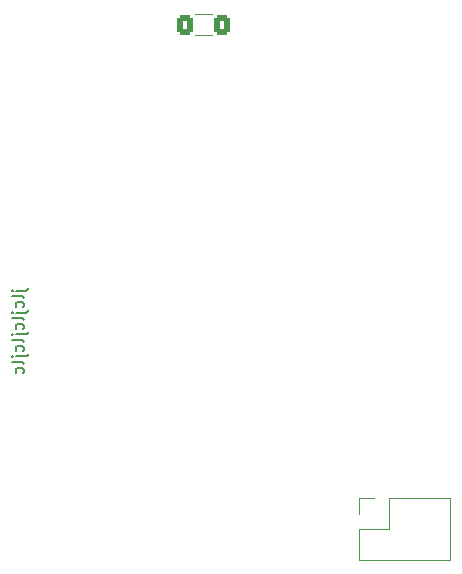
<source format=gbr>
G04 #@! TF.GenerationSoftware,KiCad,Pcbnew,(6.99.0-2452-gdb4f2d9dd8)*
G04 #@! TF.CreationDate,2022-08-02T15:55:00-05:00*
G04 #@! TF.ProjectId,IG,49472e6b-6963-4616-945f-706362585858,rev?*
G04 #@! TF.SameCoordinates,Original*
G04 #@! TF.FileFunction,Legend,Bot*
G04 #@! TF.FilePolarity,Positive*
%FSLAX46Y46*%
G04 Gerber Fmt 4.6, Leading zero omitted, Abs format (unit mm)*
G04 Created by KiCad (PCBNEW (6.99.0-2452-gdb4f2d9dd8)) date 2022-08-02 15:55:00*
%MOMM*%
%LPD*%
G01*
G04 APERTURE LIST*
G04 Aperture macros list*
%AMRoundRect*
0 Rectangle with rounded corners*
0 $1 Rounding radius*
0 $2 $3 $4 $5 $6 $7 $8 $9 X,Y pos of 4 corners*
0 Add a 4 corners polygon primitive as box body*
4,1,4,$2,$3,$4,$5,$6,$7,$8,$9,$2,$3,0*
0 Add four circle primitives for the rounded corners*
1,1,$1+$1,$2,$3*
1,1,$1+$1,$4,$5*
1,1,$1+$1,$6,$7*
1,1,$1+$1,$8,$9*
0 Add four rect primitives between the rounded corners*
20,1,$1+$1,$2,$3,$4,$5,0*
20,1,$1+$1,$4,$5,$6,$7,0*
20,1,$1+$1,$6,$7,$8,$9,0*
20,1,$1+$1,$8,$9,$2,$3,0*%
G04 Aperture macros list end*
%ADD10C,0.150000*%
%ADD11C,0.120000*%
%ADD12R,1.800000X1.800000*%
%ADD13C,1.800000*%
%ADD14R,1.700000X1.700000*%
%ADD15O,1.700000X1.700000*%
%ADD16RoundRect,0.250000X0.400000X0.625000X-0.400000X0.625000X-0.400000X-0.625000X0.400000X-0.625000X0*%
G04 APERTURE END LIST*
D10*
X188100714Y-81923809D02*
X188957857Y-81923809D01*
X188957857Y-81923809D02*
X189053095Y-81876190D01*
X189053095Y-81876190D02*
X189100714Y-81780952D01*
X189100714Y-81780952D02*
X189100714Y-81733333D01*
X187767380Y-81923809D02*
X187815000Y-81876190D01*
X187815000Y-81876190D02*
X187862619Y-81923809D01*
X187862619Y-81923809D02*
X187815000Y-81971428D01*
X187815000Y-81971428D02*
X187767380Y-81923809D01*
X187767380Y-81923809D02*
X187862619Y-81923809D01*
X188767380Y-82542856D02*
X188719761Y-82447618D01*
X188719761Y-82447618D02*
X188624523Y-82399999D01*
X188624523Y-82399999D02*
X187767380Y-82399999D01*
X188719761Y-83352380D02*
X188767380Y-83257142D01*
X188767380Y-83257142D02*
X188767380Y-83066666D01*
X188767380Y-83066666D02*
X188719761Y-82971428D01*
X188719761Y-82971428D02*
X188672142Y-82923809D01*
X188672142Y-82923809D02*
X188576904Y-82876190D01*
X188576904Y-82876190D02*
X188291190Y-82876190D01*
X188291190Y-82876190D02*
X188195952Y-82923809D01*
X188195952Y-82923809D02*
X188148333Y-82971428D01*
X188148333Y-82971428D02*
X188100714Y-83066666D01*
X188100714Y-83066666D02*
X188100714Y-83257142D01*
X188100714Y-83257142D02*
X188148333Y-83352380D01*
X188100714Y-83780952D02*
X188957857Y-83780952D01*
X188957857Y-83780952D02*
X189053095Y-83733333D01*
X189053095Y-83733333D02*
X189100714Y-83638095D01*
X189100714Y-83638095D02*
X189100714Y-83590476D01*
X187767380Y-83780952D02*
X187815000Y-83733333D01*
X187815000Y-83733333D02*
X187862619Y-83780952D01*
X187862619Y-83780952D02*
X187815000Y-83828571D01*
X187815000Y-83828571D02*
X187767380Y-83780952D01*
X187767380Y-83780952D02*
X187862619Y-83780952D01*
X188767380Y-84399999D02*
X188719761Y-84304761D01*
X188719761Y-84304761D02*
X188624523Y-84257142D01*
X188624523Y-84257142D02*
X187767380Y-84257142D01*
X188719761Y-85209523D02*
X188767380Y-85114285D01*
X188767380Y-85114285D02*
X188767380Y-84923809D01*
X188767380Y-84923809D02*
X188719761Y-84828571D01*
X188719761Y-84828571D02*
X188672142Y-84780952D01*
X188672142Y-84780952D02*
X188576904Y-84733333D01*
X188576904Y-84733333D02*
X188291190Y-84733333D01*
X188291190Y-84733333D02*
X188195952Y-84780952D01*
X188195952Y-84780952D02*
X188148333Y-84828571D01*
X188148333Y-84828571D02*
X188100714Y-84923809D01*
X188100714Y-84923809D02*
X188100714Y-85114285D01*
X188100714Y-85114285D02*
X188148333Y-85209523D01*
X188100714Y-85638095D02*
X188957857Y-85638095D01*
X188957857Y-85638095D02*
X189053095Y-85590476D01*
X189053095Y-85590476D02*
X189100714Y-85495238D01*
X189100714Y-85495238D02*
X189100714Y-85447619D01*
X187767380Y-85638095D02*
X187815000Y-85590476D01*
X187815000Y-85590476D02*
X187862619Y-85638095D01*
X187862619Y-85638095D02*
X187815000Y-85685714D01*
X187815000Y-85685714D02*
X187767380Y-85638095D01*
X187767380Y-85638095D02*
X187862619Y-85638095D01*
X188767380Y-86257142D02*
X188719761Y-86161904D01*
X188719761Y-86161904D02*
X188624523Y-86114285D01*
X188624523Y-86114285D02*
X187767380Y-86114285D01*
X188719761Y-87066666D02*
X188767380Y-86971428D01*
X188767380Y-86971428D02*
X188767380Y-86780952D01*
X188767380Y-86780952D02*
X188719761Y-86685714D01*
X188719761Y-86685714D02*
X188672142Y-86638095D01*
X188672142Y-86638095D02*
X188576904Y-86590476D01*
X188576904Y-86590476D02*
X188291190Y-86590476D01*
X188291190Y-86590476D02*
X188195952Y-86638095D01*
X188195952Y-86638095D02*
X188148333Y-86685714D01*
X188148333Y-86685714D02*
X188100714Y-86780952D01*
X188100714Y-86780952D02*
X188100714Y-86971428D01*
X188100714Y-86971428D02*
X188148333Y-87066666D01*
X188100714Y-87495238D02*
X188957857Y-87495238D01*
X188957857Y-87495238D02*
X189053095Y-87447619D01*
X189053095Y-87447619D02*
X189100714Y-87352381D01*
X189100714Y-87352381D02*
X189100714Y-87304762D01*
X187767380Y-87495238D02*
X187815000Y-87447619D01*
X187815000Y-87447619D02*
X187862619Y-87495238D01*
X187862619Y-87495238D02*
X187815000Y-87542857D01*
X187815000Y-87542857D02*
X187767380Y-87495238D01*
X187767380Y-87495238D02*
X187862619Y-87495238D01*
X188767380Y-88114285D02*
X188719761Y-88019047D01*
X188719761Y-88019047D02*
X188624523Y-87971428D01*
X188624523Y-87971428D02*
X187767380Y-87971428D01*
X188719761Y-88923809D02*
X188767380Y-88828571D01*
X188767380Y-88828571D02*
X188767380Y-88638095D01*
X188767380Y-88638095D02*
X188719761Y-88542857D01*
X188719761Y-88542857D02*
X188672142Y-88495238D01*
X188672142Y-88495238D02*
X188576904Y-88447619D01*
X188576904Y-88447619D02*
X188291190Y-88447619D01*
X188291190Y-88447619D02*
X188195952Y-88495238D01*
X188195952Y-88495238D02*
X188148333Y-88542857D01*
X188148333Y-88542857D02*
X188100714Y-88638095D01*
X188100714Y-88638095D02*
X188100714Y-88828571D01*
X188100714Y-88828571D02*
X188148333Y-88923809D01*
D11*
X224870000Y-99500000D02*
X224870000Y-104700000D01*
X219730000Y-99500000D02*
X224870000Y-99500000D01*
X219730000Y-99500000D02*
X219730000Y-102100000D01*
X218460000Y-99500000D02*
X217130000Y-99500000D01*
X217130000Y-99500000D02*
X217130000Y-100830000D01*
X219730000Y-102100000D02*
X217130000Y-102100000D01*
X217130000Y-102100000D02*
X217130000Y-104700000D01*
X217130000Y-104700000D02*
X224870000Y-104700000D01*
X204727064Y-60310000D02*
X203272936Y-60310000D01*
X204727064Y-58490000D02*
X203272936Y-58490000D01*
%LPC*%
D12*
X221299999Y-44469999D03*
D13*
X221300000Y-41930000D03*
D14*
X218459999Y-100829999D03*
D15*
X218459999Y-103369999D03*
X220999999Y-100829999D03*
X220999999Y-103369999D03*
X223539999Y-100829999D03*
X223539999Y-103369999D03*
D16*
X205550000Y-59400000D03*
X202450000Y-59400000D03*
M02*

</source>
